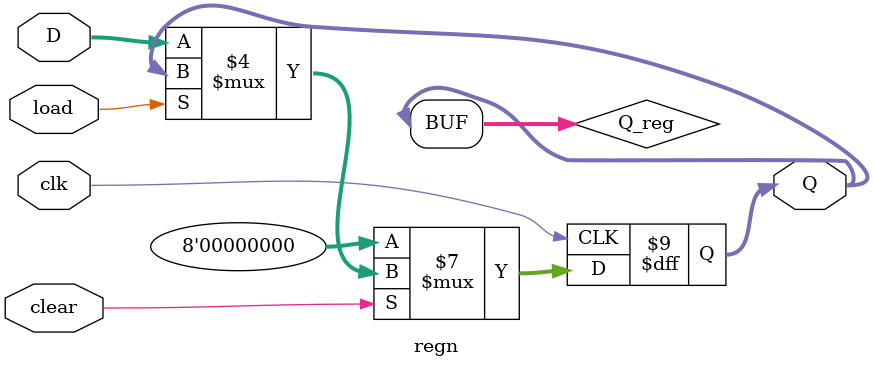
<source format=v>
module regn
# (parameter N = 8)
(
	input clk,	
	input load,
	input clear,
	input [N - 1: 0] D,
	
	output [N - 1: 0] Q
);

	reg [N - 1: 0] Q_reg;

	always @(posedge clk)
	begin
	  if (!clear)
			Q <= 0;
	  else if (!load)
			Q <= D;
	end

	assign Q = Q_reg;
	
endmodule

</source>
